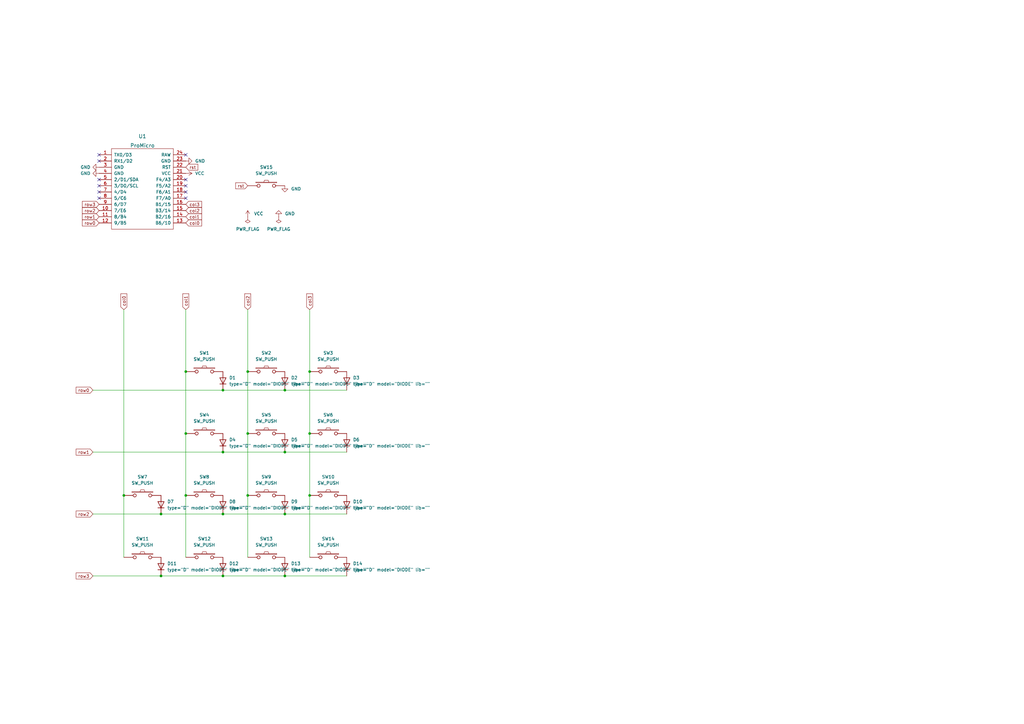
<source format=kicad_sch>
(kicad_sch (version 20211123) (generator eeschema)
  (paper "A3")
  (lib_symbols
    (symbol "Simulation_SPICE:DIODE" (pin_numbers hide) (pin_names (offset 1.016) hide)
      (property "Reference" "D" (at 0 2.54 0))
      (property "Value" "DIODE" (at 0 -2.54 0))
      (symbol "DIODE_0_1"
        (polyline (pts (xy 1.27 0) (xy -1.27 0)))
        (polyline (pts (xy 1.27 1.27) (xy 1.27 -1.27)) (stroke (width 0.254)))
        (polyline (pts (xy -1.27 -1.27) (xy -1.27 1.27) (xy 1.27 0) (xy -1.27 -1.27)) (stroke (width 0.254)))
      )
      (symbol "DIODE_1_1"
        (pin passive line (at -3.81 0 0) (length 2.54) (name "A") (number "1"))
        (pin passive line (at 3.81 0 180) (length 2.54) (name "K") (number "2"))
      )
    )
    (symbol "foostankbd:ProMicro" (pin_names (offset 1.016))
      (property "Reference" "U" (at 0 19.05 0))
      (property "Value" "ProMicro" (at 0 -19.05 0))
      (symbol "ProMicro_0_1"
        (rectangle (start -12.7 16.51) (end 12.7 -16.51))
      )
      (symbol "ProMicro_1_1"
        (pin bidirectional line (at -17.78 13.97 0) (length 5.08) (name "TX0/D3") (number "1"))
        (pin bidirectional line (at -17.78 -8.89 0) (length 5.08) (name "7/E6") (number "10"))
        (pin bidirectional line (at -17.78 -11.43 0) (length 5.08) (name "8/B4") (number "11"))
        (pin bidirectional line (at -17.78 -13.97 0) (length 5.08) (name "9/B5") (number "12"))
        (pin bidirectional line (at 17.78 -13.97 180) (length 5.08) (name "B6/10") (number "13"))
        (pin bidirectional line (at 17.78 -11.43 180) (length 5.08) (name "B2/16") (number "14"))
        (pin bidirectional line (at 17.78 -8.89 180) (length 5.08) (name "B3/14") (number "15"))
        (pin bidirectional line (at 17.78 -6.35 180) (length 5.08) (name "B1/15") (number "16"))
        (pin bidirectional line (at 17.78 -3.81 180) (length 5.08) (name "F7/A0") (number "17"))
        (pin bidirectional line (at 17.78 -1.27 180) (length 5.08) (name "F6/A1") (number "18"))
        (pin bidirectional line (at 17.78 1.27 180) (length 5.08) (name "F5/A2") (number "19"))
        (pin bidirectional line (at -17.78 11.43 0) (length 5.08) (name "RX1/D2") (number "2"))
        (pin bidirectional line (at 17.78 3.81 180) (length 5.08) (name "F4/A3") (number "20"))
        (pin power_in line (at 17.78 6.35 180) (length 5.08) (name "VCC") (number "21"))
        (pin input line (at 17.78 8.89 180) (length 5.08) (name "RST") (number "22"))
        (pin power_in line (at 17.78 11.43 180) (length 5.08) (name "GND") (number "23"))
        (pin power_out line (at 17.78 13.97 180) (length 5.08) (name "RAW") (number "24"))
        (pin power_in line (at -17.78 8.89 0) (length 5.08) (name "GND") (number "3"))
        (pin power_in line (at -17.78 6.35 0) (length 5.08) (name "GND") (number "4"))
        (pin bidirectional line (at -17.78 3.81 0) (length 5.08) (name "2/D1/SDA") (number "5"))
        (pin bidirectional line (at -17.78 1.27 0) (length 5.08) (name "3/D0/SCL") (number "6"))
        (pin bidirectional line (at -17.78 -1.27 0) (length 5.08) (name "4/D4") (number "7"))
        (pin bidirectional line (at -17.78 -3.81 0) (length 5.08) (name "5/C6") (number "8"))
        (pin bidirectional line (at -17.78 -6.35 0) (length 5.08) (name "6/D7") (number "9"))
      )
    )
    (symbol "foostankbd:SW_PUSH" (pin_numbers hide) (pin_names (offset 1.016) hide)
      (property "Reference" "SW" (at 3.81 2.794 0))
      (property "Value" "SW_PUSH" (at 0 -2.032 0))
      (symbol "SW_PUSH_0_1"
        (rectangle (start -4.318 1.27) (end 4.318 1.524))
        (polyline (pts (xy -1.016 1.524) (xy -0.762 2.286) (xy 0.762 2.286) (xy 1.016 1.524)))
        (pin passive inverted (at -7.62 0 0) (length 5.08) (name "1") (number "1"))
        (pin passive inverted (at 7.62 0 180) (length 5.08) (name "2") (number "2"))
      )
    )
    (symbol "power:GND" (power) (pin_names (offset 0))
      (property "Value" "GND" (at 0 -3.81 0))
      (symbol "GND_0_1"
        (polyline (pts (xy 0 0) (xy 0 -1.27) (xy 1.27 -1.27) (xy 0 -2.54) (xy -1.27 -1.27) (xy 0 -1.27)))
      )
      (symbol "GND_1_1"
        (pin power_in line (at 0 0 270) (length 0) hide (name "GND") (number "1"))
      )
    )
    (symbol "power:PWR_FLAG" (power) (pin_numbers hide) (pin_names (offset 0) hide)
      (property "Value" "PWR_FLAG" (at 0 3.81 0))
      (symbol "PWR_FLAG_0_0"
        (pin power_out line (at 0 0 90) (length 0) (name "pwr") (number "1"))
      )
      (symbol "PWR_FLAG_0_1"
        (polyline (pts (xy 0 0) (xy 0 1.27) (xy -1.016 1.905) (xy 0 2.54) (xy 1.016 1.905) (xy 0 1.27)))
      )
    )
    (symbol "power:VCC" (power) (pin_names (offset 0))
      (property "Value" "VCC" (at 0 3.81 0))
      (symbol "VCC_0_1"
        (polyline (pts (xy -0.762 1.27) (xy 0 2.54)))
        (polyline (pts (xy 0 0) (xy 0 2.54)))
        (polyline (pts (xy 0 2.54) (xy 0.762 1.27)))
      )
      (symbol "VCC_1_1"
        (pin power_in line (at 0 0 90) (length 0) hide (name "VCC") (number "1"))
      )
    )
  )
  (junction (at 76.2 203.2))
  (junction (at 116.84 210.82))
  (junction (at 101.6 203.2))
  (junction (at 50.8 203.2))
  (junction (at 66.04 210.82))
  (junction (at 76.2 177.8))
  (junction (at 91.44 160.02))
  (junction (at 127 177.8))
  (junction (at 66.04 236.22))
  (junction (at 116.84 160.02))
  (junction (at 91.44 236.22))
  (junction (at 91.44 210.82))
  (junction (at 116.84 236.22))
  (junction (at 76.2 152.4))
  (junction (at 91.44 185.42))
  (junction (at 116.84 185.42))
  (junction (at 101.6 152.4))
  (junction (at 127 152.4))
  (junction (at 101.6 177.8))
  (junction (at 127 203.2))
  (no_connect (at 40.64 63.5))
  (no_connect (at 40.64 66.04))
  (no_connect (at 40.64 73.66))
  (no_connect (at 40.64 76.2))
  (no_connect (at 40.64 78.74))
  (no_connect (at 40.64 81.28))
  (no_connect (at 76.2 76.2))
  (no_connect (at 76.2 78.74))
  (no_connect (at 76.2 63.5))
  (no_connect (at 76.2 73.66))
  (no_connect (at 76.2 81.28))
  (wire (pts (xy 91.44 236.22) (xy 116.84 236.22)))
  (wire (pts (xy 76.2 152.4) (xy 76.2 177.8)))
  (wire (pts (xy 116.84 236.22) (xy 142.24 236.22)))
  (wire (pts (xy 91.44 185.42) (xy 116.84 185.42)))
  (wire (pts (xy 101.6 203.2) (xy 101.6 228.6)))
  (wire (pts (xy 76.2 177.8) (xy 76.2 203.2)))
  (wire (pts (xy 101.6 177.8) (xy 101.6 203.2)))
  (wire (pts (xy 38.1 185.42) (xy 91.44 185.42)))
  (wire (pts (xy 116.84 160.02) (xy 142.24 160.02)))
  (wire (pts (xy 38.1 236.22) (xy 66.04 236.22)))
  (wire (pts (xy 127 177.8) (xy 127 203.2)))
  (wire (pts (xy 76.2 203.2) (xy 76.2 228.6)))
  (wire (pts (xy 116.84 185.42) (xy 142.24 185.42)))
  (wire (pts (xy 38.1 160.02) (xy 91.44 160.02)))
  (wire (pts (xy 76.2 127) (xy 76.2 152.4)))
  (wire (pts (xy 116.84 210.82) (xy 142.24 210.82)))
  (wire (pts (xy 127 203.2) (xy 127 228.6)))
  (wire (pts (xy 66.04 236.22) (xy 91.44 236.22)))
  (wire (pts (xy 101.6 127) (xy 101.6 152.4)))
  (wire (pts (xy 66.04 210.82) (xy 91.44 210.82)))
  (wire (pts (xy 127 127) (xy 127 152.4)))
  (wire (pts (xy 127 152.4) (xy 127 177.8)))
  (wire (pts (xy 38.1 210.82) (xy 66.04 210.82)))
  (wire (pts (xy 91.44 160.02) (xy 116.84 160.02)))
  (wire (pts (xy 50.8 203.2) (xy 50.8 228.6)))
  (wire (pts (xy 50.8 127) (xy 50.8 203.2)))
  (wire (pts (xy 101.6 152.4) (xy 101.6 177.8)))
  (wire (pts (xy 91.44 210.82) (xy 116.84 210.82)))
  (global_label "col2" (shape input) (at 76.2 86.36 0) (property "Intersheet References" "${INTERSHEET_REFS}" (effects hide)))
  (global_label "rst" (shape input) (at 101.6 76.2 180) (property "Intersheet References" "${INTERSHEET_REFS}" (effects hide)))
  (global_label "row3" (shape input) (at 38.1 236.22 180) (property "Intersheet References" "${INTERSHEET_REFS}" (effects hide)))
  (global_label "rst" (shape input) (at 76.2 68.58 0) (property "Intersheet References" "${INTERSHEET_REFS}" (effects hide)))
  (global_label "col0" (shape input) (at 76.2 91.44 0) (property "Intersheet References" "${INTERSHEET_REFS}" (effects hide)))
  (global_label "row2" (shape input) (at 38.1 210.82 180) (property "Intersheet References" "${INTERSHEET_REFS}" (effects hide)))
  (global_label "row2" (shape input) (at 40.64 86.36 180) (property "Intersheet References" "${INTERSHEET_REFS}" (effects hide)))
  (global_label "col1" (shape input) (at 76.2 88.9 0) (property "Intersheet References" "${INTERSHEET_REFS}" (effects hide)))
  (global_label "col2" (shape input) (at 101.6 127 90) (property "Intersheet References" "${INTERSHEET_REFS}" (effects hide)))
  (global_label "row0" (shape input) (at 40.64 91.44 180) (property "Intersheet References" "${INTERSHEET_REFS}" (effects hide)))
  (global_label "col3" (shape input) (at 127 127 90) (property "Intersheet References" "${INTERSHEET_REFS}" (effects hide)))
  (global_label "row1" (shape input) (at 38.1 185.42 180) (property "Intersheet References" "${INTERSHEET_REFS}" (effects hide)))
  (global_label "col0" (shape input) (at 50.8 127 90) (property "Intersheet References" "${INTERSHEET_REFS}" (effects hide)))
  (global_label "col3" (shape input) (at 76.2 83.82 0) (property "Intersheet References" "${INTERSHEET_REFS}" (effects hide)))
  (global_label "row3" (shape input) (at 40.64 83.82 180) (property "Intersheet References" "${INTERSHEET_REFS}" (effects hide)))
  (global_label "row1" (shape input) (at 40.64 88.9 180) (property "Intersheet References" "${INTERSHEET_REFS}" (effects hide)))
  (global_label "col1" (shape input) (at 76.2 127 90) (property "Intersheet References" "${INTERSHEET_REFS}" (effects hide)))
  (global_label "row0" (shape input) (at 38.1 160.02 180) (property "Intersheet References" "${INTERSHEET_REFS}" (effects hide)))
  (symbol (lib_id "Simulation_SPICE:DIODE") (at 116.84 156.21 270) (unit 1)
    (property "Reference" "D2" (at 119.38 154.9399 90) (effects (justify left)))
    (property "Value" "DIODE" (at 119.38 157.4799 90) (effects (justify left)))
    (property "Footprint" "kbd:D3_SMD" (effects hide))
    (property "Spice_Netlist_Enabled" "Y" (effects hide))
    (property "Spice_Primitive" "D" (effects hide))
  )
  (symbol (lib_id "Simulation_SPICE:DIODE") (at 91.44 232.41 270) (unit 1)
    (property "Reference" "D12" (at 93.98 231.1399 90) (effects (justify left)))
    (property "Value" "DIODE" (at 93.98 233.6799 90) (effects (justify left)))
    (property "Footprint" "kbd:D3_SMD" (effects hide))
    (property "Spice_Netlist_Enabled" "Y" (effects hide))
    (property "Spice_Primitive" "D" (effects hide))
  )
  (symbol (lib_id "foostankbd:SW_PUSH") (at 109.22 203.2 0) (unit 1)
    (property "Reference" "SW9" (at 109.22 195.58 0))
    (property "Value" "SW_PUSH" (at 109.22 198.12 0))
    (property "Footprint" "kbd:CherryMX_Hotswap" (effects hide))
  )
  (symbol (lib_id "Simulation_SPICE:DIODE") (at 116.84 181.61 270) (unit 1)
    (property "Reference" "D5" (at 119.38 180.3399 90) (effects (justify left)))
    (property "Value" "DIODE" (at 119.38 182.8799 90) (effects (justify left)))
    (property "Footprint" "kbd:D3_SMD" (effects hide))
    (property "Spice_Netlist_Enabled" "Y" (effects hide))
    (property "Spice_Primitive" "D" (effects hide))
  )
  (symbol (lib_id "Simulation_SPICE:DIODE") (at 142.24 232.41 270) (unit 1)
    (property "Reference" "D14" (at 144.78 231.1399 90) (effects (justify left)))
    (property "Value" "DIODE" (at 144.78 233.6799 90) (effects (justify left)))
    (property "Footprint" "kbd:D3_SMD_v2" (effects hide))
    (property "Spice_Netlist_Enabled" "Y" (effects hide))
    (property "Spice_Primitive" "D" (effects hide))
  )
  (symbol (lib_id "foostankbd:SW_PUSH") (at 134.62 152.4 0) (unit 1)
    (property "Reference" "SW3" (at 134.62 144.78 0))
    (property "Value" "SW_PUSH" (at 134.62 147.32 0))
    (property "Footprint" "kbd:CherryMX_Hotswap" (effects hide))
  )
  (symbol (lib_id "power:GND") (at 114.3 88.9 180) (unit 1)
    (property "Reference" "#PWR07" (effects hide))
    (property "Value" "GND" (at 116.84 87.6299 0) (effects (justify right)))
  )
  (symbol (lib_id "foostankbd:SW_PUSH") (at 58.42 228.6 0) (unit 1)
    (property "Reference" "SW11" (at 58.42 220.98 0))
    (property "Value" "SW_PUSH" (at 58.42 223.52 0))
    (property "Footprint" "kbd:CherryMX_Hotswap" (effects hide))
  )
  (symbol (lib_id "foostankbd:SW_PUSH") (at 109.22 152.4 0) (unit 1)
    (property "Reference" "SW2" (at 109.22 144.78 0))
    (property "Value" "SW_PUSH" (at 109.22 147.32 0))
    (property "Footprint" "kbd:CherryMX_Hotswap" (effects hide))
  )
  (symbol (lib_id "foostankbd:SW_PUSH") (at 83.82 177.8 0) (unit 1)
    (property "Reference" "SW4" (at 83.82 170.18 0))
    (property "Value" "SW_PUSH" (at 83.82 172.72 0))
    (property "Footprint" "kbd:CherryMX_Hotswap" (effects hide))
  )
  (symbol (lib_id "foostankbd:SW_PUSH") (at 83.82 203.2 0) (unit 1)
    (property "Reference" "SW8" (at 83.82 195.58 0))
    (property "Value" "SW_PUSH" (at 83.82 198.12 0))
    (property "Footprint" "kbd:CherryMX_Hotswap" (effects hide))
  )
  (symbol (lib_id "Simulation_SPICE:DIODE") (at 142.24 156.21 270) (unit 1)
    (property "Reference" "D3" (at 144.78 154.9399 90) (effects (justify left)))
    (property "Value" "DIODE" (at 144.78 157.4799 90) (effects (justify left)))
    (property "Footprint" "kbd:D3_SMD" (effects hide))
    (property "Spice_Netlist_Enabled" "Y" (effects hide))
    (property "Spice_Primitive" "D" (effects hide))
  )
  (symbol (lib_id "Simulation_SPICE:DIODE") (at 116.84 232.41 270) (unit 1)
    (property "Reference" "D13" (at 119.38 231.1399 90) (effects (justify left)))
    (property "Value" "DIODE" (at 119.38 233.6799 90) (effects (justify left)))
    (property "Footprint" "kbd:D3_SMD" (effects hide))
    (property "Spice_Netlist_Enabled" "Y" (effects hide))
    (property "Spice_Primitive" "D" (effects hide))
  )
  (symbol (lib_id "foostankbd:SW_PUSH") (at 83.82 152.4 0) (unit 1)
    (property "Reference" "SW1" (at 83.82 144.78 0))
    (property "Value" "SW_PUSH" (at 83.82 147.32 0))
    (property "Footprint" "kbd:CherryMX_Hotswap" (effects hide))
  )
  (symbol (lib_id "power:VCC") (at 76.2 71.12 270) (unit 1)
    (property "Reference" "#PWR04" (effects hide))
    (property "Value" "VCC" (at 80.01 71.1199 90) (effects (justify left)))
  )
  (symbol (lib_id "Simulation_SPICE:DIODE") (at 142.24 207.01 270) (unit 1)
    (property "Reference" "D10" (at 144.78 205.7399 90) (effects (justify left)))
    (property "Value" "DIODE" (at 144.78 208.2799 90) (effects (justify left)))
    (property "Footprint" "kbd:D3_SMD" (effects hide))
    (property "Spice_Netlist_Enabled" "Y" (effects hide))
    (property "Spice_Primitive" "D" (effects hide))
  )
  (symbol (lib_id "power:GND") (at 40.64 68.58 270) (unit 1)
    (property "Reference" "#PWR02" (effects hide))
    (property "Value" "GND" (at 33.02 68.58 90) (effects (justify left)))
  )
  (symbol (lib_id "foostankbd:SW_PUSH") (at 134.62 203.2 0) (unit 1)
    (property "Reference" "SW10" (at 134.62 195.58 0))
    (property "Value" "SW_PUSH" (at 134.62 198.12 0))
    (property "Footprint" "kbd:CherryMX_Hotswap" (effects hide))
  )
  (symbol (lib_id "foostankbd:ProMicro") (at 58.42 77.47 0) (unit 1)
    (property "Reference" "U1" (at 58.42 55.88 0) (effects (font (size 1.524 1.524))))
    (property "Value" "ProMicro" (at 58.42 59.69 0) (effects (font (size 1.524 1.524))))
    (property "Footprint" "Keebio-Parts:ArduinoProMicro" (effects hide))
  )
  (symbol (lib_id "Simulation_SPICE:DIODE") (at 66.04 207.01 270) (unit 1)
    (property "Reference" "D7" (at 68.58 205.7399 90) (effects (justify left)))
    (property "Value" "DIODE" (at 68.58 208.2799 90) (effects (justify left)))
    (property "Footprint" "kbd:D3_SMD" (effects hide))
    (property "Spice_Netlist_Enabled" "Y" (effects hide))
    (property "Spice_Primitive" "D" (effects hide))
  )
  (symbol (lib_id "power:GND") (at 40.64 71.12 270) (unit 1)
    (property "Reference" "#PWR03" (effects hide))
    (property "Value" "GND" (at 33.02 71.12 90) (effects (justify left)))
  )
  (symbol (lib_id "foostankbd:SW_PUSH") (at 109.22 228.6 0) (unit 1)
    (property "Reference" "SW13" (at 109.22 220.98 0))
    (property "Value" "SW_PUSH" (at 109.22 223.52 0))
    (property "Footprint" "kbd:CherryMX_Hotswap" (effects hide))
  )
  (symbol (lib_id "Simulation_SPICE:DIODE") (at 91.44 156.21 270) (unit 1)
    (property "Reference" "D1" (at 93.98 154.9399 90) (effects (justify left)))
    (property "Value" "DIODE" (at 93.98 157.4799 90) (effects (justify left)))
    (property "Footprint" "kbd:D3_SMD" (effects hide))
    (property "Spice_Netlist_Enabled" "Y" (effects hide))
    (property "Spice_Primitive" "D" (effects hide))
  )
  (symbol (lib_id "power:GND") (at 116.84 76.2 0) (unit 1)
    (property "Reference" "#PWR05" (effects hide))
    (property "Value" "GND" (at 119.38 77.4699 0) (effects (justify left)))
  )
  (symbol (lib_id "foostankbd:SW_PUSH") (at 134.62 228.6 0) (unit 1)
    (property "Reference" "SW14" (at 134.62 220.98 0))
    (property "Value" "SW_PUSH" (at 134.62 223.52 0))
    (property "Footprint" "kbd:CherryMX_Hotswap" (effects hide))
  )
  (symbol (lib_id "foostankbd:SW_PUSH") (at 109.22 76.2 0) (unit 1)
    (property "Reference" "SW15" (at 109.22 68.58 0))
    (property "Value" "SW_PUSH" (at 109.22 71.12 0))
    (property "Footprint" "kbd:ResetSW" (effects hide))
  )
  (symbol (lib_id "foostankbd:SW_PUSH") (at 83.82 228.6 0) (unit 1)
    (property "Reference" "SW12" (at 83.82 220.98 0))
    (property "Value" "SW_PUSH" (at 83.82 223.52 0))
    (property "Footprint" "kbd:CherryMX_Hotswap" (effects hide))
  )
  (symbol (lib_id "power:PWR_FLAG") (at 101.6 88.9 180) (unit 1)
    (property "Reference" "#FLG01" (effects hide))
    (property "Value" "PWR_FLAG" (at 101.6 93.98 0))
  )
  (symbol (lib_id "Simulation_SPICE:DIODE") (at 91.44 181.61 270) (unit 1)
    (property "Reference" "D4" (at 93.98 180.3399 90) (effects (justify left)))
    (property "Value" "DIODE" (at 93.98 182.8799 90) (effects (justify left)))
    (property "Footprint" "kbd:D3_SMD" (effects hide))
    (property "Spice_Netlist_Enabled" "Y" (effects hide))
    (property "Spice_Primitive" "D" (effects hide))
  )
  (symbol (lib_id "foostankbd:SW_PUSH") (at 58.42 203.2 0) (unit 1)
    (property "Reference" "SW7" (at 58.42 195.58 0))
    (property "Value" "SW_PUSH" (at 58.42 198.12 0))
    (property "Footprint" "kbd:CherryMX_Hotswap" (effects hide))
  )
  (symbol (lib_id "power:VCC") (at 101.6 88.9 0) (unit 1)
    (property "Reference" "#PWR06" (effects hide))
    (property "Value" "VCC" (at 104.14 87.6299 0) (effects (justify left)))
  )
  (symbol (lib_id "Simulation_SPICE:DIODE") (at 142.24 181.61 270) (unit 1)
    (property "Reference" "D6" (at 144.78 180.3399 90) (effects (justify left)))
    (property "Value" "DIODE" (at 144.78 182.8799 90) (effects (justify left)))
    (property "Footprint" "kbd:D3_SMD" (effects hide))
    (property "Spice_Netlist_Enabled" "Y" (effects hide))
    (property "Spice_Primitive" "D" (effects hide))
  )
  (symbol (lib_id "Simulation_SPICE:DIODE") (at 66.04 232.41 270) (unit 1)
    (property "Reference" "D11" (at 68.58 231.1399 90) (effects (justify left)))
    (property "Value" "DIODE" (at 68.58 233.6799 90) (effects (justify left)))
    (property "Footprint" "kbd:D3_SMD" (effects hide))
    (property "Spice_Netlist_Enabled" "Y" (effects hide))
    (property "Spice_Primitive" "D" (effects hide))
  )
  (symbol (lib_id "power:GND") (at 76.2 66.04 90) (unit 1)
    (property "Reference" "#PWR01" (effects hide))
    (property "Value" "GND" (at 80.01 66.0399 90) (effects (justify right)))
  )
  (symbol (lib_id "Simulation_SPICE:DIODE") (at 116.84 207.01 270) (unit 1)
    (property "Reference" "D9" (at 119.38 205.7399 90) (effects (justify left)))
    (property "Value" "DIODE" (at 119.38 208.2799 90) (effects (justify left)))
    (property "Footprint" "kbd:D3_SMD" (effects hide))
    (property "Spice_Netlist_Enabled" "Y" (effects hide))
    (property "Spice_Primitive" "D" (effects hide))
  )
  (symbol (lib_id "foostankbd:SW_PUSH") (at 109.22 177.8 0) (unit 1)
    (property "Reference" "SW5" (at 109.22 170.18 0))
    (property "Value" "SW_PUSH" (at 109.22 172.72 0))
    (property "Footprint" "kbd:CherryMX_Hotswap" (effects hide))
  )
  (symbol (lib_id "foostankbd:SW_PUSH") (at 134.62 177.8 0) (unit 1)
    (property "Reference" "SW6" (at 134.62 170.18 0))
    (property "Value" "SW_PUSH" (at 134.62 172.72 0))
    (property "Footprint" "kbd:CherryMX_Hotswap" (effects hide))
  )
  (symbol (lib_id "power:PWR_FLAG") (at 114.3 88.9 180) (unit 1)
    (property "Reference" "#FLG02" (effects hide))
    (property "Value" "PWR_FLAG" (at 114.3 93.98 0))
  )
  (symbol (lib_id "Simulation_SPICE:DIODE") (at 91.44 207.01 270) (unit 1)
    (property "Reference" "D8" (at 93.98 205.7399 90) (effects (justify left)))
    (property "Value" "DIODE" (at 93.98 208.2799 90) (effects (justify left)))
    (property "Footprint" "kbd:D3_SMD" (effects hide))
    (property "Spice_Netlist_Enabled" "Y" (effects hide))
    (property "Spice_Primitive" "D" (effects hide))
  )
)
</source>
